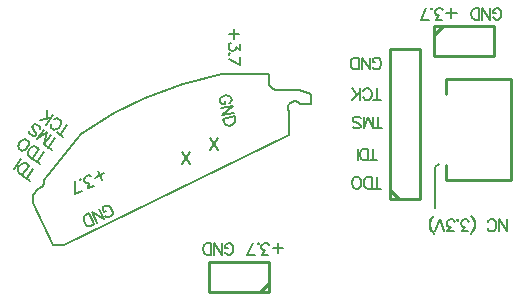
<source format=gto>
G04*
G04 #@! TF.GenerationSoftware,Altium Limited,Altium Designer,19.0.15 (446)*
G04*
G04 Layer_Color=65535*
%FSLAX25Y25*%
%MOIN*%
G70*
G01*
G75*
%ADD10C,0.00787*%
%ADD11C,0.01000*%
D10*
X4521Y10625D02*
X3712Y11215D01*
X2731Y11417D01*
X1754Y11195D01*
X958Y10587D01*
X485Y9704D01*
X420Y8704D01*
X775Y7768D01*
X-82972Y-17815D02*
X-82017Y-17503D01*
X-81254Y-16849D01*
X-80799Y-15952D01*
X-80722Y-14950D01*
X-5906Y17717D02*
X-5726Y16813D01*
X-5214Y16046D01*
X-4447Y15534D01*
X-3543Y15354D01*
X49606Y-10630D02*
X50787Y-9449D01*
X49606Y-24016D02*
Y-10630D01*
X-74158Y-36327D02*
X787Y275D01*
X-34646Y17323D02*
X-21417Y20472D01*
X-47244Y12598D02*
X-34646Y17323D01*
X-57480Y7480D02*
X-47244Y12598D01*
X-68504Y394D02*
X-57480Y7480D01*
X-80722Y-14950D02*
X-68504Y394D01*
X-21417Y20472D02*
X-5906D01*
Y17717D02*
Y20472D01*
X787Y275D02*
Y7776D01*
X-77953Y-36319D02*
X-74158Y-36327D01*
X-84646Y-22441D02*
X-77953Y-36319D01*
X-84646Y-19685D02*
X-82972Y-17815D01*
X-84646Y-22441D02*
Y-19685D01*
X-5906Y17717D02*
Y17717D01*
X-3543Y15354D02*
X4331D01*
X8268Y13780D01*
Y10630D02*
Y13780D01*
X4521Y10630D02*
X8268D01*
X73622Y-31889D02*
Y-27953D01*
Y-31889D02*
X70998Y-27953D01*
Y-31889D02*
Y-27953D01*
X67099Y-30952D02*
X67287Y-31327D01*
X67662Y-31701D01*
X68036Y-31889D01*
X68786D01*
X69161Y-31701D01*
X69536Y-31327D01*
X69723Y-30952D01*
X69911Y-30389D01*
Y-29452D01*
X69723Y-28890D01*
X69536Y-28515D01*
X69161Y-28140D01*
X68786Y-27953D01*
X68036D01*
X67662Y-28140D01*
X67287Y-28515D01*
X67099Y-28890D01*
X61589Y-32639D02*
X61963Y-32264D01*
X62338Y-31701D01*
X62713Y-30952D01*
X62901Y-30015D01*
Y-29265D01*
X62713Y-28328D01*
X62338Y-27578D01*
X61963Y-27016D01*
X61589Y-26641D01*
X61963Y-32264D02*
X62338Y-31514D01*
X62526Y-30952D01*
X62713Y-30015D01*
Y-29265D01*
X62526Y-28328D01*
X62338Y-27765D01*
X61963Y-27016D01*
X60464Y-31889D02*
X58402D01*
X59527Y-30389D01*
X58965D01*
X58590Y-30202D01*
X58402Y-30015D01*
X58215Y-29452D01*
Y-29077D01*
X58402Y-28515D01*
X58777Y-28140D01*
X59339Y-27953D01*
X59902D01*
X60464Y-28140D01*
X60651Y-28328D01*
X60839Y-28703D01*
X57146Y-28328D02*
X57334Y-28140D01*
X57146Y-27953D01*
X56959Y-28140D01*
X57146Y-28328D01*
X55722Y-31889D02*
X53660D01*
X54785Y-30389D01*
X54222D01*
X53847Y-30202D01*
X53660Y-30015D01*
X53473Y-29452D01*
Y-29077D01*
X53660Y-28515D01*
X54035Y-28140D01*
X54597Y-27953D01*
X55160D01*
X55722Y-28140D01*
X55909Y-28328D01*
X56097Y-28703D01*
X52592Y-31889D02*
X51092Y-27953D01*
X49593Y-31889D02*
X51092Y-27953D01*
X49087Y-32639D02*
X48712Y-32264D01*
X48337Y-31701D01*
X47962Y-30952D01*
X47775Y-30015D01*
Y-29265D01*
X47962Y-28328D01*
X48337Y-27578D01*
X48712Y-27016D01*
X49087Y-26641D01*
X48712Y-32264D02*
X48337Y-31514D01*
X48149Y-30952D01*
X47962Y-30015D01*
Y-29265D01*
X48149Y-28328D01*
X48337Y-27765D01*
X48712Y-27016D01*
X-22835Y-4724D02*
X-25459Y-787D01*
Y-4724D02*
X-22835Y-787D01*
X-32283Y-9448D02*
X-34908Y-5512D01*
Y-9448D02*
X-32283Y-5512D01*
X-83296Y-8712D02*
X-80983Y-5528D01*
X-82235Y-9484D02*
X-84358Y-7941D01*
X-84737Y-7666D02*
X-82423Y-4481D01*
X-84737Y-7666D02*
X-85798Y-6895D01*
X-86143Y-6412D01*
X-86226Y-5889D01*
X-86157Y-5475D01*
X-85979Y-4910D01*
X-85428Y-4152D01*
X-84945Y-3807D01*
X-84574Y-3614D01*
X-84050Y-3531D01*
X-83485Y-3710D01*
X-82423Y-4481D01*
X-88482Y-4944D02*
X-88069Y-5013D01*
X-87545Y-4930D01*
X-87173Y-4737D01*
X-86691Y-4392D01*
X-86140Y-3634D01*
X-85962Y-3069D01*
X-85893Y-2656D01*
X-85976Y-2132D01*
X-86169Y-1760D01*
X-86775Y-1319D01*
X-87189Y-1251D01*
X-87712Y-1334D01*
X-88084Y-1527D01*
X-88567Y-1871D01*
X-89117Y-2630D01*
X-89296Y-3195D01*
X-89365Y-3608D01*
X-89282Y-4132D01*
X-89089Y-4504D01*
X-88482Y-4944D01*
X30184Y-17716D02*
Y-13780D01*
X31496Y-17716D02*
X28872D01*
X28403D02*
Y-13780D01*
Y-17716D02*
X27091D01*
X26529Y-17528D01*
X26154Y-17153D01*
X25967Y-16779D01*
X25779Y-16216D01*
Y-15279D01*
X25967Y-14717D01*
X26154Y-14342D01*
X26529Y-13967D01*
X27091Y-13780D01*
X28403D01*
X23774Y-17716D02*
X24149Y-17528D01*
X24523Y-17153D01*
X24711Y-16779D01*
X24898Y-16216D01*
Y-15279D01*
X24711Y-14717D01*
X24523Y-14342D01*
X24149Y-13967D01*
X23774Y-13780D01*
X23024D01*
X22649Y-13967D01*
X22274Y-14342D01*
X22087Y-14717D01*
X21899Y-15279D01*
Y-16216D01*
X22087Y-16779D01*
X22274Y-17153D01*
X22649Y-17528D01*
X23024Y-17716D01*
X23774D01*
X-86655Y-14224D02*
X-84341Y-11040D01*
X-85593Y-14995D02*
X-87716Y-13453D01*
X-88095Y-13178D02*
X-85782Y-9993D01*
X-88095Y-13178D02*
X-89157Y-12406D01*
X-89502Y-11924D01*
X-89585Y-11401D01*
X-89516Y-10987D01*
X-89337Y-10422D01*
X-88786Y-9664D01*
X-88304Y-9319D01*
X-87932Y-9126D01*
X-87408Y-9043D01*
X-86843Y-9222D01*
X-85782Y-9993D01*
X-90931Y-11117D02*
X-88617Y-7933D01*
X29003Y-8267D02*
Y-4331D01*
X30315Y-8267D02*
X27691D01*
X27222D02*
Y-4331D01*
Y-8267D02*
X25910D01*
X25348Y-8079D01*
X24973Y-7705D01*
X24786Y-7330D01*
X24598Y-6767D01*
Y-5830D01*
X24786Y-5268D01*
X24973Y-4893D01*
X25348Y-4518D01*
X25910Y-4331D01*
X27222D01*
X23717Y-8267D02*
Y-4331D01*
X-79359Y-3988D02*
X-77046Y-804D01*
X-78298Y-4759D02*
X-80421Y-3217D01*
X-80800Y-2941D02*
X-78486Y243D01*
X-80800Y-2941D02*
X-79699Y1124D01*
X-83226Y-1179D02*
X-79699Y1124D01*
X-83226Y-1179D02*
X-80913Y2006D01*
X-85928Y1480D02*
X-85846Y956D01*
X-85501Y474D01*
X-84894Y33D01*
X-84329Y-146D01*
X-83806Y-63D01*
X-83585Y241D01*
X-83516Y654D01*
X-83558Y916D01*
X-83751Y1288D01*
X-84440Y2252D01*
X-84634Y2624D01*
X-84675Y2886D01*
X-84606Y3299D01*
X-84276Y3754D01*
X-83752Y3837D01*
X-83187Y3658D01*
X-82581Y3218D01*
X-82236Y2736D01*
X-82153Y2212D01*
X30578Y2363D02*
Y6299D01*
X31890Y2363D02*
X29266D01*
X28797D02*
Y6299D01*
Y2363D02*
X27298Y6299D01*
X25798Y2363D02*
X27298Y6299D01*
X25798Y2363D02*
Y6299D01*
X22049Y2925D02*
X22424Y2551D01*
X22986Y2363D01*
X23736D01*
X24299Y2551D01*
X24674Y2925D01*
Y3300D01*
X24486Y3675D01*
X24299Y3862D01*
X23924Y4050D01*
X22799Y4425D01*
X22424Y4612D01*
X22237Y4800D01*
X22049Y5175D01*
Y5737D01*
X22424Y6112D01*
X22986Y6299D01*
X23736D01*
X24299Y6112D01*
X24674Y5737D01*
X-75422Y343D02*
X-73109Y3527D01*
X-74361Y-428D02*
X-76484Y1114D01*
X-78587Y3800D02*
X-78655Y3387D01*
X-78572Y2863D01*
X-78379Y2491D01*
X-77773Y2050D01*
X-77359Y1982D01*
X-76836Y2065D01*
X-76464Y2258D01*
X-75981Y2602D01*
X-75431Y3361D01*
X-75252Y3926D01*
X-75183Y4339D01*
X-75266Y4863D01*
X-75459Y5235D01*
X-76066Y5675D01*
X-76479Y5744D01*
X-77003Y5661D01*
X-77375Y5468D01*
X-80032Y3692D02*
X-77719Y6876D01*
X-82155Y5234D02*
X-78490Y5815D01*
X-79799Y5607D02*
X-79842Y8419D01*
X30184Y11812D02*
Y15748D01*
X31496Y11812D02*
X28872D01*
X25592Y12749D02*
X25779Y12374D01*
X26154Y11999D01*
X26529Y11812D01*
X27279D01*
X27654Y11999D01*
X28029Y12374D01*
X28216Y12749D01*
X28403Y13311D01*
Y14248D01*
X28216Y14811D01*
X28029Y15186D01*
X27654Y15561D01*
X27279Y15748D01*
X26529D01*
X26154Y15561D01*
X25779Y15186D01*
X25592Y14811D01*
X24486Y11812D02*
Y15748D01*
X21862Y11812D02*
X24486Y14436D01*
X23549Y13499D02*
X21862Y15748D01*
X-18999Y10744D02*
X-18663Y10994D01*
X-18359Y11428D01*
X-18239Y11830D01*
X-18369Y12568D01*
X-18619Y12905D01*
X-19053Y13209D01*
X-19455Y13328D01*
X-20041Y13415D01*
X-20964Y13252D01*
X-21486Y12970D01*
X-21822Y12721D01*
X-22126Y12286D01*
X-22246Y11885D01*
X-22116Y11146D01*
X-21866Y10810D01*
X-21431Y10505D01*
X-21030Y10386D01*
X-20476Y10484D01*
X-20639Y11407D02*
X-20476Y10484D01*
X-17920Y10021D02*
X-21797Y9337D01*
X-17920Y10021D02*
X-21341Y6753D01*
X-17464Y7436D02*
X-21341Y6753D01*
X-17276Y6366D02*
X-21152Y5682D01*
X-17276Y6366D02*
X-17048Y5074D01*
X-17135Y4487D01*
X-17439Y4053D01*
X-17775Y3804D01*
X-18297Y3521D01*
X-19220Y3359D01*
X-19806Y3446D01*
X-20208Y3565D01*
X-20642Y3869D01*
X-20924Y4390D01*
X-21152Y5682D01*
X-60336Y-26741D02*
X-60008Y-27001D01*
X-59509Y-27183D01*
X-59090Y-27194D01*
X-58411Y-26877D01*
X-58150Y-26549D01*
X-57969Y-26051D01*
X-57958Y-25632D01*
X-58025Y-25043D01*
X-58421Y-24194D01*
X-58829Y-23763D01*
X-59157Y-23503D01*
X-59655Y-23321D01*
X-60074Y-23310D01*
X-60754Y-23627D01*
X-61014Y-23955D01*
X-61196Y-24453D01*
X-61207Y-24872D01*
X-60970Y-25382D01*
X-60120Y-24986D02*
X-60970Y-25382D01*
X-60755Y-27970D02*
X-62419Y-24403D01*
X-60755Y-27970D02*
X-64797Y-25512D01*
X-63133Y-29079D02*
X-64797Y-25512D01*
X-64119Y-29539D02*
X-65782Y-25971D01*
X-64119Y-29539D02*
X-65308Y-30093D01*
X-65897Y-30161D01*
X-66395Y-29980D01*
X-66723Y-29719D01*
X-67131Y-29289D01*
X-67527Y-28440D01*
X-67594Y-27851D01*
X-67583Y-27432D01*
X-67402Y-26934D01*
X-66971Y-26526D01*
X-65782Y-25971D01*
X-61520Y-14794D02*
X-62946Y-11737D01*
X-60704Y-12552D02*
X-63762Y-13978D01*
X-64205Y-16666D02*
X-66073Y-17538D01*
X-65688Y-15703D01*
X-66197Y-15941D01*
X-66616Y-15930D01*
X-66865Y-15839D01*
X-67273Y-15409D01*
X-67431Y-15069D01*
X-67499Y-14480D01*
X-67318Y-13982D01*
X-66887Y-13574D01*
X-66378Y-13337D01*
X-65789Y-13269D01*
X-65540Y-13360D01*
X-65211Y-13620D01*
X-68716Y-14841D02*
X-68626Y-14592D01*
X-68875Y-14501D01*
X-68966Y-14750D01*
X-68716Y-14841D01*
X-70541Y-19621D02*
X-70506Y-15262D01*
X-68163Y-18512D02*
X-70541Y-19621D01*
X-15917Y33746D02*
X-19291D01*
X-17604Y35433D02*
Y32059D01*
X-15355Y30522D02*
Y28460D01*
X-16855Y29585D01*
Y29023D01*
X-17042Y28648D01*
X-17230Y28460D01*
X-17792Y28273D01*
X-18167D01*
X-18729Y28460D01*
X-19104Y28835D01*
X-19291Y29398D01*
Y29960D01*
X-19104Y30522D01*
X-18916Y30710D01*
X-18542Y30897D01*
X-18916Y27205D02*
X-19104Y27392D01*
X-19291Y27205D01*
X-19104Y27017D01*
X-18916Y27205D01*
X-15355Y23531D02*
X-19291Y25405D01*
X-15355Y26155D02*
Y23531D01*
X-2868Y-39201D02*
Y-35827D01*
X-1181Y-37514D02*
X-4555D01*
X-6092Y-39763D02*
X-8154D01*
X-7029Y-38263D01*
X-7591D01*
X-7966Y-38076D01*
X-8154Y-37889D01*
X-8341Y-37326D01*
Y-36951D01*
X-8154Y-36389D01*
X-7779Y-36014D01*
X-7216Y-35827D01*
X-6654D01*
X-6092Y-36014D01*
X-5904Y-36202D01*
X-5717Y-36577D01*
X-9410Y-36202D02*
X-9222Y-36014D01*
X-9410Y-35827D01*
X-9597Y-36014D01*
X-9410Y-36202D01*
X-13083Y-39763D02*
X-11209Y-35827D01*
X-10459Y-39763D02*
X-13083D01*
X55006Y39146D02*
Y42520D01*
X56693Y40833D02*
X53319D01*
X51782Y38583D02*
X49720D01*
X50845Y40083D01*
X50283D01*
X49908Y40270D01*
X49720Y40458D01*
X49533Y41020D01*
Y41395D01*
X49720Y41957D01*
X50095Y42332D01*
X50657Y42520D01*
X51220D01*
X51782Y42332D01*
X51969Y42145D01*
X52157Y41770D01*
X48464Y42145D02*
X48652Y42332D01*
X48464Y42520D01*
X48277Y42332D01*
X48464Y42145D01*
X44791Y38583D02*
X46665Y42520D01*
X47415Y38583D02*
X44791D01*
X28684Y22985D02*
X28872Y22610D01*
X29247Y22235D01*
X29622Y22048D01*
X30371D01*
X30746Y22235D01*
X31121Y22610D01*
X31309Y22985D01*
X31496Y23548D01*
Y24485D01*
X31309Y25047D01*
X31121Y25422D01*
X30746Y25797D01*
X30371Y25984D01*
X29622D01*
X29247Y25797D01*
X28872Y25422D01*
X28684Y25047D01*
Y24485D01*
X29622D02*
X28684D01*
X27785Y22048D02*
Y25984D01*
Y22048D02*
X25161Y25984D01*
Y22048D02*
Y25984D01*
X24074Y22048D02*
Y25984D01*
Y22048D02*
X22761D01*
X22199Y22235D01*
X21824Y22610D01*
X21637Y22985D01*
X21450Y23548D01*
Y24485D01*
X21637Y25047D01*
X21824Y25422D01*
X22199Y25797D01*
X22761Y25984D01*
X24074D01*
X68842Y39521D02*
X69029Y39146D01*
X69404Y38771D01*
X69779Y38583D01*
X70529D01*
X70904Y38771D01*
X71279Y39146D01*
X71466Y39521D01*
X71653Y40083D01*
Y41020D01*
X71466Y41583D01*
X71279Y41957D01*
X70904Y42332D01*
X70529Y42520D01*
X69779D01*
X69404Y42332D01*
X69029Y41957D01*
X68842Y41583D01*
Y41020D01*
X69779D02*
X68842D01*
X67942Y38583D02*
Y42520D01*
Y38583D02*
X65318Y42520D01*
Y38583D02*
Y42520D01*
X64231Y38583D02*
Y42520D01*
Y38583D02*
X62919D01*
X62357Y38771D01*
X61982Y39146D01*
X61794Y39521D01*
X61607Y40083D01*
Y41020D01*
X61794Y41583D01*
X61982Y41957D01*
X62357Y42332D01*
X62919Y42520D01*
X64231D01*
X-20528Y-38826D02*
X-20341Y-39201D01*
X-19966Y-39575D01*
X-19591Y-39763D01*
X-18841D01*
X-18466Y-39575D01*
X-18091Y-39201D01*
X-17904Y-38826D01*
X-17717Y-38263D01*
Y-37326D01*
X-17904Y-36764D01*
X-18091Y-36389D01*
X-18466Y-36014D01*
X-18841Y-35827D01*
X-19591D01*
X-19966Y-36014D01*
X-20341Y-36389D01*
X-20528Y-36764D01*
Y-37326D01*
X-19591D02*
X-20528D01*
X-21428Y-39763D02*
Y-35827D01*
Y-39763D02*
X-24052Y-35827D01*
Y-39763D02*
Y-35827D01*
X-25139Y-39763D02*
Y-35827D01*
Y-39763D02*
X-26451D01*
X-27013Y-39575D01*
X-27388Y-39201D01*
X-27576Y-38826D01*
X-27763Y-38263D01*
Y-37326D01*
X-27576Y-36764D01*
X-27388Y-36389D01*
X-27013Y-36014D01*
X-26451Y-35827D01*
X-25139D01*
D11*
X53150Y-14961D02*
Y-9843D01*
Y-14961D02*
X74803D01*
Y18898D01*
X53150D02*
X74803D01*
X53150Y13780D02*
Y18898D01*
X49055Y33496D02*
X52055Y36496D01*
X49055Y26496D02*
Y36496D01*
Y26496D02*
X69055D01*
Y36496D01*
X49055D02*
X69055D01*
X-8748Y-52244D02*
X-5748Y-49244D01*
Y-52244D02*
Y-42244D01*
X-25748D02*
X-5748D01*
X-25748Y-52244D02*
Y-42244D01*
Y-52244D02*
X-5748D01*
X34370Y-21063D02*
Y28937D01*
X44370D01*
Y-21063D02*
Y28937D01*
X34370Y-21063D02*
X44370D01*
X34370Y-18063D02*
X37370Y-21063D01*
M02*

</source>
